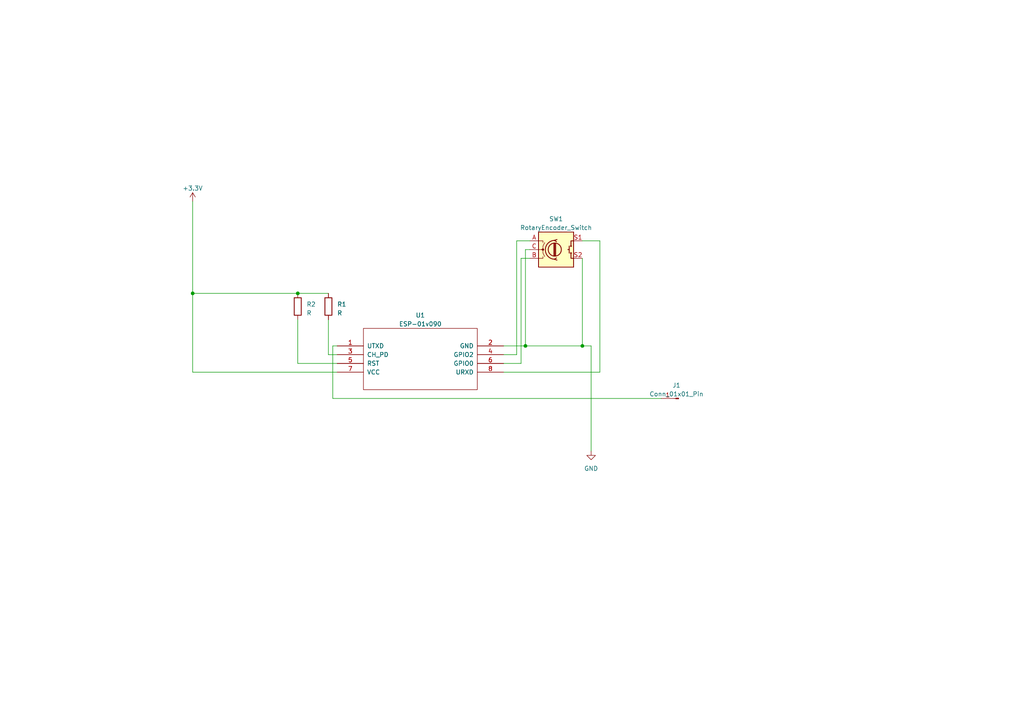
<source format=kicad_sch>
(kicad_sch (version 20230121) (generator eeschema)

  (uuid 92dc6999-80bd-4759-a424-064e89473be6)

  (paper "A4")

  (title_block
    (title "STAC Soldering/Programming Exercise Board")
    (rev "0.0.1")
    (company "Stanley Solutions")
    (comment 1 "on behalf of Idaho State 4-H")
  )

  (lib_symbols
    (symbol "Connector:Conn_01x01_Pin" (pin_names (offset 1.016) hide) (in_bom yes) (on_board yes)
      (property "Reference" "J" (at 0 2.54 0)
        (effects (font (size 1.27 1.27)))
      )
      (property "Value" "Conn_01x01_Pin" (at 0 -2.54 0)
        (effects (font (size 1.27 1.27)))
      )
      (property "Footprint" "" (at 0 0 0)
        (effects (font (size 1.27 1.27)) hide)
      )
      (property "Datasheet" "~" (at 0 0 0)
        (effects (font (size 1.27 1.27)) hide)
      )
      (property "ki_locked" "" (at 0 0 0)
        (effects (font (size 1.27 1.27)))
      )
      (property "ki_keywords" "connector" (at 0 0 0)
        (effects (font (size 1.27 1.27)) hide)
      )
      (property "ki_description" "Generic connector, single row, 01x01, script generated" (at 0 0 0)
        (effects (font (size 1.27 1.27)) hide)
      )
      (property "ki_fp_filters" "Connector*:*_1x??_*" (at 0 0 0)
        (effects (font (size 1.27 1.27)) hide)
      )
      (symbol "Conn_01x01_Pin_1_1"
        (polyline
          (pts
            (xy 1.27 0)
            (xy 0.8636 0)
          )
          (stroke (width 0.1524) (type default))
          (fill (type none))
        )
        (rectangle (start 0.8636 0.127) (end 0 -0.127)
          (stroke (width 0.1524) (type default))
          (fill (type outline))
        )
        (pin passive line (at 5.08 0 180) (length 3.81)
          (name "Pin_1" (effects (font (size 1.27 1.27))))
          (number "1" (effects (font (size 1.27 1.27))))
        )
      )
    )
    (symbol "Device:R" (pin_numbers hide) (pin_names (offset 0)) (in_bom yes) (on_board yes)
      (property "Reference" "R" (at 2.032 0 90)
        (effects (font (size 1.27 1.27)))
      )
      (property "Value" "R" (at 0 0 90)
        (effects (font (size 1.27 1.27)))
      )
      (property "Footprint" "" (at -1.778 0 90)
        (effects (font (size 1.27 1.27)) hide)
      )
      (property "Datasheet" "~" (at 0 0 0)
        (effects (font (size 1.27 1.27)) hide)
      )
      (property "ki_keywords" "R res resistor" (at 0 0 0)
        (effects (font (size 1.27 1.27)) hide)
      )
      (property "ki_description" "Resistor" (at 0 0 0)
        (effects (font (size 1.27 1.27)) hide)
      )
      (property "ki_fp_filters" "R_*" (at 0 0 0)
        (effects (font (size 1.27 1.27)) hide)
      )
      (symbol "R_0_1"
        (rectangle (start -1.016 -2.54) (end 1.016 2.54)
          (stroke (width 0.254) (type default))
          (fill (type none))
        )
      )
      (symbol "R_1_1"
        (pin passive line (at 0 3.81 270) (length 1.27)
          (name "~" (effects (font (size 1.27 1.27))))
          (number "1" (effects (font (size 1.27 1.27))))
        )
        (pin passive line (at 0 -3.81 90) (length 1.27)
          (name "~" (effects (font (size 1.27 1.27))))
          (number "2" (effects (font (size 1.27 1.27))))
        )
      )
    )
    (symbol "Device:RotaryEncoder_Switch" (pin_names (offset 0.254) hide) (in_bom yes) (on_board yes)
      (property "Reference" "SW" (at 0 6.604 0)
        (effects (font (size 1.27 1.27)))
      )
      (property "Value" "RotaryEncoder_Switch" (at 0 -6.604 0)
        (effects (font (size 1.27 1.27)))
      )
      (property "Footprint" "" (at -3.81 4.064 0)
        (effects (font (size 1.27 1.27)) hide)
      )
      (property "Datasheet" "~" (at 0 6.604 0)
        (effects (font (size 1.27 1.27)) hide)
      )
      (property "ki_keywords" "rotary switch encoder switch push button" (at 0 0 0)
        (effects (font (size 1.27 1.27)) hide)
      )
      (property "ki_description" "Rotary encoder, dual channel, incremental quadrate outputs, with switch" (at 0 0 0)
        (effects (font (size 1.27 1.27)) hide)
      )
      (property "ki_fp_filters" "RotaryEncoder*Switch*" (at 0 0 0)
        (effects (font (size 1.27 1.27)) hide)
      )
      (symbol "RotaryEncoder_Switch_0_1"
        (rectangle (start -5.08 5.08) (end 5.08 -5.08)
          (stroke (width 0.254) (type default))
          (fill (type background))
        )
        (circle (center -3.81 0) (radius 0.254)
          (stroke (width 0) (type default))
          (fill (type outline))
        )
        (circle (center -0.381 0) (radius 1.905)
          (stroke (width 0.254) (type default))
          (fill (type none))
        )
        (arc (start -0.381 2.667) (mid -3.0988 -0.0635) (end -0.381 -2.794)
          (stroke (width 0.254) (type default))
          (fill (type none))
        )
        (polyline
          (pts
            (xy -0.635 -1.778)
            (xy -0.635 1.778)
          )
          (stroke (width 0.254) (type default))
          (fill (type none))
        )
        (polyline
          (pts
            (xy -0.381 -1.778)
            (xy -0.381 1.778)
          )
          (stroke (width 0.254) (type default))
          (fill (type none))
        )
        (polyline
          (pts
            (xy -0.127 1.778)
            (xy -0.127 -1.778)
          )
          (stroke (width 0.254) (type default))
          (fill (type none))
        )
        (polyline
          (pts
            (xy 3.81 0)
            (xy 3.429 0)
          )
          (stroke (width 0.254) (type default))
          (fill (type none))
        )
        (polyline
          (pts
            (xy 3.81 1.016)
            (xy 3.81 -1.016)
          )
          (stroke (width 0.254) (type default))
          (fill (type none))
        )
        (polyline
          (pts
            (xy -5.08 -2.54)
            (xy -3.81 -2.54)
            (xy -3.81 -2.032)
          )
          (stroke (width 0) (type default))
          (fill (type none))
        )
        (polyline
          (pts
            (xy -5.08 2.54)
            (xy -3.81 2.54)
            (xy -3.81 2.032)
          )
          (stroke (width 0) (type default))
          (fill (type none))
        )
        (polyline
          (pts
            (xy 0.254 -3.048)
            (xy -0.508 -2.794)
            (xy 0.127 -2.413)
          )
          (stroke (width 0.254) (type default))
          (fill (type none))
        )
        (polyline
          (pts
            (xy 0.254 2.921)
            (xy -0.508 2.667)
            (xy 0.127 2.286)
          )
          (stroke (width 0.254) (type default))
          (fill (type none))
        )
        (polyline
          (pts
            (xy 5.08 -2.54)
            (xy 4.318 -2.54)
            (xy 4.318 -1.016)
          )
          (stroke (width 0.254) (type default))
          (fill (type none))
        )
        (polyline
          (pts
            (xy 5.08 2.54)
            (xy 4.318 2.54)
            (xy 4.318 1.016)
          )
          (stroke (width 0.254) (type default))
          (fill (type none))
        )
        (polyline
          (pts
            (xy -5.08 0)
            (xy -3.81 0)
            (xy -3.81 -1.016)
            (xy -3.302 -2.032)
          )
          (stroke (width 0) (type default))
          (fill (type none))
        )
        (polyline
          (pts
            (xy -4.318 0)
            (xy -3.81 0)
            (xy -3.81 1.016)
            (xy -3.302 2.032)
          )
          (stroke (width 0) (type default))
          (fill (type none))
        )
        (circle (center 4.318 -1.016) (radius 0.127)
          (stroke (width 0.254) (type default))
          (fill (type none))
        )
        (circle (center 4.318 1.016) (radius 0.127)
          (stroke (width 0.254) (type default))
          (fill (type none))
        )
      )
      (symbol "RotaryEncoder_Switch_1_1"
        (pin passive line (at -7.62 2.54 0) (length 2.54)
          (name "A" (effects (font (size 1.27 1.27))))
          (number "A" (effects (font (size 1.27 1.27))))
        )
        (pin passive line (at -7.62 -2.54 0) (length 2.54)
          (name "B" (effects (font (size 1.27 1.27))))
          (number "B" (effects (font (size 1.27 1.27))))
        )
        (pin passive line (at -7.62 0 0) (length 2.54)
          (name "C" (effects (font (size 1.27 1.27))))
          (number "C" (effects (font (size 1.27 1.27))))
        )
        (pin passive line (at 7.62 2.54 180) (length 2.54)
          (name "S1" (effects (font (size 1.27 1.27))))
          (number "S1" (effects (font (size 1.27 1.27))))
        )
        (pin passive line (at 7.62 -2.54 180) (length 2.54)
          (name "S2" (effects (font (size 1.27 1.27))))
          (number "S2" (effects (font (size 1.27 1.27))))
        )
      )
    )
    (symbol "power:+3.3V" (power) (pin_names (offset 0)) (in_bom yes) (on_board yes)
      (property "Reference" "#PWR" (at 0 -3.81 0)
        (effects (font (size 1.27 1.27)) hide)
      )
      (property "Value" "+3.3V" (at 0 3.556 0)
        (effects (font (size 1.27 1.27)))
      )
      (property "Footprint" "" (at 0 0 0)
        (effects (font (size 1.27 1.27)) hide)
      )
      (property "Datasheet" "" (at 0 0 0)
        (effects (font (size 1.27 1.27)) hide)
      )
      (property "ki_keywords" "global power" (at 0 0 0)
        (effects (font (size 1.27 1.27)) hide)
      )
      (property "ki_description" "Power symbol creates a global label with name \"+3.3V\"" (at 0 0 0)
        (effects (font (size 1.27 1.27)) hide)
      )
      (symbol "+3.3V_0_1"
        (polyline
          (pts
            (xy -0.762 1.27)
            (xy 0 2.54)
          )
          (stroke (width 0) (type default))
          (fill (type none))
        )
        (polyline
          (pts
            (xy 0 0)
            (xy 0 2.54)
          )
          (stroke (width 0) (type default))
          (fill (type none))
        )
        (polyline
          (pts
            (xy 0 2.54)
            (xy 0.762 1.27)
          )
          (stroke (width 0) (type default))
          (fill (type none))
        )
      )
      (symbol "+3.3V_1_1"
        (pin power_in line (at 0 0 90) (length 0) hide
          (name "+3.3V" (effects (font (size 1.27 1.27))))
          (number "1" (effects (font (size 1.27 1.27))))
        )
      )
    )
    (symbol "power:GND" (power) (pin_names (offset 0)) (in_bom yes) (on_board yes)
      (property "Reference" "#PWR" (at 0 -6.35 0)
        (effects (font (size 1.27 1.27)) hide)
      )
      (property "Value" "GND" (at 0 -3.81 0)
        (effects (font (size 1.27 1.27)))
      )
      (property "Footprint" "" (at 0 0 0)
        (effects (font (size 1.27 1.27)) hide)
      )
      (property "Datasheet" "" (at 0 0 0)
        (effects (font (size 1.27 1.27)) hide)
      )
      (property "ki_keywords" "global power" (at 0 0 0)
        (effects (font (size 1.27 1.27)) hide)
      )
      (property "ki_description" "Power symbol creates a global label with name \"GND\" , ground" (at 0 0 0)
        (effects (font (size 1.27 1.27)) hide)
      )
      (symbol "GND_0_1"
        (polyline
          (pts
            (xy 0 0)
            (xy 0 -1.27)
            (xy 1.27 -1.27)
            (xy 0 -2.54)
            (xy -1.27 -1.27)
            (xy 0 -1.27)
          )
          (stroke (width 0) (type default))
          (fill (type none))
        )
      )
      (symbol "GND_1_1"
        (pin power_in line (at 0 0 270) (length 0) hide
          (name "GND" (effects (font (size 1.27 1.27))))
          (number "1" (effects (font (size 1.27 1.27))))
        )
      )
    )
    (symbol "stac-board:ESP-01v090" (pin_names (offset 1.016)) (in_bom yes) (on_board yes)
      (property "Reference" "U" (at 0 -2.54 0)
        (effects (font (size 1.27 1.27)))
      )
      (property "Value" "ESP-01v090" (at 0 2.54 0)
        (effects (font (size 1.27 1.27)))
      )
      (property "Footprint" "" (at 0 0 0)
        (effects (font (size 1.27 1.27)) hide)
      )
      (property "Datasheet" "" (at 0 0 0)
        (effects (font (size 1.27 1.27)) hide)
      )
      (property "ki_fp_filters" "ESP-01*" (at 0 0 0)
        (effects (font (size 1.27 1.27)) hide)
      )
      (symbol "ESP-01v090_1_0"
        (rectangle (start -16.51 -8.89) (end 16.51 8.89)
          (stroke (width 0) (type solid))
          (fill (type none))
        )
      )
      (symbol "ESP-01v090_1_1"
        (pin output line (at -24.13 3.81 0) (length 7.62)
          (name "UTXD" (effects (font (size 1.27 1.27))))
          (number "1" (effects (font (size 1.27 1.27))))
        )
        (pin power_in line (at 24.13 3.81 180) (length 7.62)
          (name "GND" (effects (font (size 1.27 1.27))))
          (number "2" (effects (font (size 1.27 1.27))))
        )
        (pin input line (at -24.13 1.27 0) (length 7.62)
          (name "CH_PD" (effects (font (size 1.27 1.27))))
          (number "3" (effects (font (size 1.27 1.27))))
        )
        (pin tri_state line (at 24.13 1.27 180) (length 7.62)
          (name "GPIO2" (effects (font (size 1.27 1.27))))
          (number "4" (effects (font (size 1.27 1.27))))
        )
        (pin input line (at -24.13 -1.27 0) (length 7.62)
          (name "RST" (effects (font (size 1.27 1.27))))
          (number "5" (effects (font (size 1.27 1.27))))
        )
        (pin tri_state line (at 24.13 -1.27 180) (length 7.62)
          (name "GPIO0" (effects (font (size 1.27 1.27))))
          (number "6" (effects (font (size 1.27 1.27))))
        )
        (pin power_in line (at -24.13 -3.81 0) (length 7.62)
          (name "VCC" (effects (font (size 1.27 1.27))))
          (number "7" (effects (font (size 1.27 1.27))))
        )
        (pin input line (at 24.13 -3.81 180) (length 7.62)
          (name "URXD" (effects (font (size 1.27 1.27))))
          (number "8" (effects (font (size 1.27 1.27))))
        )
      )
    )
  )

  (junction (at 152.4 100.33) (diameter 0) (color 0 0 0 0)
    (uuid 5b42dda7-9d31-4a8d-a259-e7add2d509e1)
  )
  (junction (at 168.91 100.33) (diameter 0) (color 0 0 0 0)
    (uuid 8ff2415a-7a65-479d-8eba-6a06034f2430)
  )
  (junction (at 55.88 85.09) (diameter 0) (color 0 0 0 0)
    (uuid ac71dc09-141b-4ef4-a962-baa241c7e605)
  )
  (junction (at 86.36 85.09) (diameter 0) (color 0 0 0 0)
    (uuid dfbffe60-4517-45c1-ade6-628df5ca40d2)
  )

  (wire (pts (xy 153.67 72.39) (xy 152.4 72.39))
    (stroke (width 0) (type default))
    (uuid 02a70292-777b-4218-8eec-2a1926658a2b)
  )
  (wire (pts (xy 95.25 102.87) (xy 97.79 102.87))
    (stroke (width 0) (type default))
    (uuid 06bf9996-f285-4530-96b9-da343d041447)
  )
  (wire (pts (xy 171.45 100.33) (xy 168.91 100.33))
    (stroke (width 0) (type default))
    (uuid 0f5862b6-8bc6-479a-ac58-bc7371f03d44)
  )
  (wire (pts (xy 153.67 69.85) (xy 149.86 69.85))
    (stroke (width 0) (type default))
    (uuid 22213b89-f80f-4843-b42c-47acaf703fd9)
  )
  (wire (pts (xy 96.52 100.33) (xy 96.52 115.57))
    (stroke (width 0) (type default))
    (uuid 2b09a192-13a5-457e-b323-6a4e03a9cd00)
  )
  (wire (pts (xy 168.91 74.93) (xy 168.91 100.33))
    (stroke (width 0) (type default))
    (uuid 2ea5633a-e4c9-4861-907e-d0e46922204d)
  )
  (wire (pts (xy 151.13 74.93) (xy 153.67 74.93))
    (stroke (width 0) (type default))
    (uuid 30b74685-ad13-4a4b-ba24-0792c4ce7c56)
  )
  (wire (pts (xy 168.91 100.33) (xy 152.4 100.33))
    (stroke (width 0) (type default))
    (uuid 3bcea000-2fb5-4c00-8ac6-92eaed2e0f94)
  )
  (wire (pts (xy 146.05 107.95) (xy 173.99 107.95))
    (stroke (width 0) (type default))
    (uuid 41bf2bd0-3bd3-4fd8-b1be-1b783bb3b3b6)
  )
  (wire (pts (xy 149.86 102.87) (xy 146.05 102.87))
    (stroke (width 0) (type default))
    (uuid 41ff4ce1-eeab-4ebb-993a-36099fb22f29)
  )
  (wire (pts (xy 152.4 72.39) (xy 152.4 100.33))
    (stroke (width 0) (type default))
    (uuid 427b78c0-09e7-4b66-9bb8-2215e1d7e6d7)
  )
  (wire (pts (xy 152.4 100.33) (xy 146.05 100.33))
    (stroke (width 0) (type default))
    (uuid 4a32f4c6-5f9f-4b0c-bbc9-01b435302a8a)
  )
  (wire (pts (xy 97.79 100.33) (xy 96.52 100.33))
    (stroke (width 0) (type default))
    (uuid 548544df-8ba2-495c-a94e-4530e16bee02)
  )
  (wire (pts (xy 168.91 69.85) (xy 173.99 69.85))
    (stroke (width 0) (type default))
    (uuid 5613cafb-9631-4167-a696-213d78129333)
  )
  (wire (pts (xy 171.45 100.33) (xy 171.45 130.81))
    (stroke (width 0) (type default))
    (uuid 59310fcf-b7a1-40da-ba7b-f652d47d1929)
  )
  (wire (pts (xy 95.25 92.71) (xy 95.25 102.87))
    (stroke (width 0) (type default))
    (uuid 75e53e70-2a49-4078-87d7-e5fbc3f2bea3)
  )
  (wire (pts (xy 55.88 107.95) (xy 97.79 107.95))
    (stroke (width 0) (type default))
    (uuid 7c7a45c9-ddfc-4087-ba48-af0ad378ad52)
  )
  (wire (pts (xy 55.88 58.42) (xy 55.88 85.09))
    (stroke (width 0) (type default))
    (uuid 8625f7fd-5a00-4135-9008-f845f32125a0)
  )
  (wire (pts (xy 149.86 69.85) (xy 149.86 102.87))
    (stroke (width 0) (type default))
    (uuid 9c8ea9c5-bd48-40aa-9736-4de699159ac4)
  )
  (wire (pts (xy 55.88 85.09) (xy 55.88 107.95))
    (stroke (width 0) (type default))
    (uuid a13e4498-5fa6-4197-ba9e-94f2eae4320d)
  )
  (wire (pts (xy 95.25 85.09) (xy 86.36 85.09))
    (stroke (width 0) (type default))
    (uuid b83b5b0f-6567-4e77-9c50-8cc48ad55f00)
  )
  (wire (pts (xy 96.52 115.57) (xy 191.77 115.57))
    (stroke (width 0) (type default))
    (uuid cb9ecff9-3cc8-4918-95bf-3cf0d20c20ca)
  )
  (wire (pts (xy 86.36 105.41) (xy 97.79 105.41))
    (stroke (width 0) (type default))
    (uuid ccabb96e-285e-42ab-a528-e3d868a9a69e)
  )
  (wire (pts (xy 173.99 69.85) (xy 173.99 107.95))
    (stroke (width 0) (type default))
    (uuid cfea7166-17cd-4477-87a0-48037e6a0a27)
  )
  (wire (pts (xy 151.13 74.93) (xy 151.13 105.41))
    (stroke (width 0) (type default))
    (uuid d06ec196-b7f6-43a8-ad52-c094b94ca28b)
  )
  (wire (pts (xy 55.88 85.09) (xy 86.36 85.09))
    (stroke (width 0) (type default))
    (uuid d93054bb-664d-48c8-b6f8-b7ed6596f5c7)
  )
  (wire (pts (xy 86.36 92.71) (xy 86.36 105.41))
    (stroke (width 0) (type default))
    (uuid edf9301e-fd3f-4bff-97ea-0105908b49aa)
  )
  (wire (pts (xy 151.13 105.41) (xy 146.05 105.41))
    (stroke (width 0) (type default))
    (uuid f156cb22-5033-4840-a36c-5288602ea578)
  )

  (symbol (lib_id "stac-board:ESP-01v090") (at 121.92 104.14 0) (unit 1)
    (in_bom yes) (on_board yes) (dnp no) (fields_autoplaced)
    (uuid 19cca811-ccd4-4f3c-ad4a-68409012ad44)
    (property "Reference" "U1" (at 121.92 91.44 0)
      (effects (font (size 1.27 1.27)))
    )
    (property "Value" "ESP-01v090" (at 121.92 93.98 0)
      (effects (font (size 1.27 1.27)))
    )
    (property "Footprint" "stac-board:ESP-01" (at 121.92 104.14 0)
      (effects (font (size 1.27 1.27)) hide)
    )
    (property "Datasheet" "" (at 121.92 104.14 0)
      (effects (font (size 1.27 1.27)) hide)
    )
    (pin "1" (uuid 2df37382-9dd5-4741-a24f-e13b933a4002))
    (pin "2" (uuid 7bdd1270-246f-4529-af12-3e50987cc481))
    (pin "3" (uuid 7bcbcefe-f355-452d-b069-b87b189f3156))
    (pin "4" (uuid d2df80e1-6cc9-4803-bab1-86170f65e806))
    (pin "5" (uuid 8944d5de-9c95-4a26-9e51-ff836064bb1d))
    (pin "6" (uuid cae4517e-2e27-440a-88b2-d8fb5e98c78a))
    (pin "7" (uuid 7d7b988b-e7c8-4864-b32e-4e6419231d02))
    (pin "8" (uuid 3e18e15a-aa22-4303-968c-cce8aa25d23c))
    (instances
      (project "stac-board"
        (path "/92dc6999-80bd-4759-a424-064e89473be6"
          (reference "U1") (unit 1)
        )
      )
    )
  )

  (symbol (lib_id "power:+3.3V") (at 55.88 58.42 0) (unit 1)
    (in_bom yes) (on_board yes) (dnp no) (fields_autoplaced)
    (uuid a6040cb0-0819-4389-b4d8-5cf848fb84d3)
    (property "Reference" "#PWR01" (at 55.88 62.23 0)
      (effects (font (size 1.27 1.27)) hide)
    )
    (property "Value" "+3.3V" (at 55.88 54.61 0)
      (effects (font (size 1.27 1.27)))
    )
    (property "Footprint" "" (at 55.88 58.42 0)
      (effects (font (size 1.27 1.27)) hide)
    )
    (property "Datasheet" "" (at 55.88 58.42 0)
      (effects (font (size 1.27 1.27)) hide)
    )
    (pin "1" (uuid 34ebd8e4-2122-4ee9-94d2-411be2a6d821))
    (instances
      (project "stac-board"
        (path "/92dc6999-80bd-4759-a424-064e89473be6"
          (reference "#PWR01") (unit 1)
        )
      )
    )
  )

  (symbol (lib_id "Device:R") (at 86.36 88.9 0) (unit 1)
    (in_bom yes) (on_board yes) (dnp no) (fields_autoplaced)
    (uuid ceea7c62-19ca-4dfd-92f5-9e628be2492a)
    (property "Reference" "R2" (at 88.9 88.265 0)
      (effects (font (size 1.27 1.27)) (justify left))
    )
    (property "Value" "R" (at 88.9 90.805 0)
      (effects (font (size 1.27 1.27)) (justify left))
    )
    (property "Footprint" "" (at 84.582 88.9 90)
      (effects (font (size 1.27 1.27)) hide)
    )
    (property "Datasheet" "~" (at 86.36 88.9 0)
      (effects (font (size 1.27 1.27)) hide)
    )
    (pin "1" (uuid a6eac399-9646-4918-afcf-2a2b760320e8))
    (pin "2" (uuid 22f30e18-2e96-438b-969d-dbdfe9c315b0))
    (instances
      (project "stac-board"
        (path "/92dc6999-80bd-4759-a424-064e89473be6"
          (reference "R2") (unit 1)
        )
      )
    )
  )

  (symbol (lib_id "power:GND") (at 171.45 130.81 0) (unit 1)
    (in_bom yes) (on_board yes) (dnp no) (fields_autoplaced)
    (uuid d287f85e-3712-4e80-a9fc-21d3bf6a0457)
    (property "Reference" "#PWR02" (at 171.45 137.16 0)
      (effects (font (size 1.27 1.27)) hide)
    )
    (property "Value" "GND" (at 171.45 135.89 0)
      (effects (font (size 1.27 1.27)))
    )
    (property "Footprint" "" (at 171.45 130.81 0)
      (effects (font (size 1.27 1.27)) hide)
    )
    (property "Datasheet" "" (at 171.45 130.81 0)
      (effects (font (size 1.27 1.27)) hide)
    )
    (pin "1" (uuid 9bd99b57-d1a6-4969-bef4-9b158b7dae0f))
    (instances
      (project "stac-board"
        (path "/92dc6999-80bd-4759-a424-064e89473be6"
          (reference "#PWR02") (unit 1)
        )
      )
    )
  )

  (symbol (lib_id "Device:R") (at 95.25 88.9 0) (unit 1)
    (in_bom yes) (on_board yes) (dnp no) (fields_autoplaced)
    (uuid d72e89d6-9d2a-4fec-9e3c-2f9d79a25fe0)
    (property "Reference" "R1" (at 97.79 88.265 0)
      (effects (font (size 1.27 1.27)) (justify left))
    )
    (property "Value" "R" (at 97.79 90.805 0)
      (effects (font (size 1.27 1.27)) (justify left))
    )
    (property "Footprint" "" (at 93.472 88.9 90)
      (effects (font (size 1.27 1.27)) hide)
    )
    (property "Datasheet" "~" (at 95.25 88.9 0)
      (effects (font (size 1.27 1.27)) hide)
    )
    (pin "1" (uuid 00ae7b31-6f42-498d-83df-4dc6bb374958))
    (pin "2" (uuid d0c31cfa-d36b-44b4-b7b4-9ff364b6b910))
    (instances
      (project "stac-board"
        (path "/92dc6999-80bd-4759-a424-064e89473be6"
          (reference "R1") (unit 1)
        )
      )
    )
  )

  (symbol (lib_id "Connector:Conn_01x01_Pin") (at 196.85 115.57 0) (mirror y) (unit 1)
    (in_bom yes) (on_board yes) (dnp no)
    (uuid e1103163-2a6d-4419-b116-60be6840cb02)
    (property "Reference" "J1" (at 196.215 111.76 0)
      (effects (font (size 1.27 1.27)))
    )
    (property "Value" "Conn_01x01_Pin" (at 196.215 114.3 0)
      (effects (font (size 1.27 1.27)))
    )
    (property "Footprint" "" (at 196.85 115.57 0)
      (effects (font (size 1.27 1.27)) hide)
    )
    (property "Datasheet" "~" (at 196.85 115.57 0)
      (effects (font (size 1.27 1.27)) hide)
    )
    (pin "1" (uuid 1d2a2387-43f2-4e55-b340-1bfa2c1c7d26))
    (instances
      (project "stac-board"
        (path "/92dc6999-80bd-4759-a424-064e89473be6"
          (reference "J1") (unit 1)
        )
      )
    )
  )

  (symbol (lib_id "Device:RotaryEncoder_Switch") (at 161.29 72.39 0) (unit 1)
    (in_bom yes) (on_board yes) (dnp no) (fields_autoplaced)
    (uuid e785be6f-b698-4440-af2d-66421c14f9d4)
    (property "Reference" "SW1" (at 161.29 63.5 0)
      (effects (font (size 1.27 1.27)))
    )
    (property "Value" "RotaryEncoder_Switch" (at 161.29 66.04 0)
      (effects (font (size 1.27 1.27)))
    )
    (property "Footprint" "" (at 157.48 68.326 0)
      (effects (font (size 1.27 1.27)) hide)
    )
    (property "Datasheet" "~" (at 161.29 65.786 0)
      (effects (font (size 1.27 1.27)) hide)
    )
    (pin "A" (uuid a5e6d2d6-5ab5-4f05-ab8a-6694eee03b58))
    (pin "B" (uuid 2ac5b74c-0a35-496b-92fd-a12c4472b749))
    (pin "C" (uuid 967738f2-09fc-45ff-9ded-8e5f57e058f7))
    (pin "S1" (uuid 40f8d80e-cdf5-43c9-b7bf-352852bf4b5b))
    (pin "S2" (uuid 90b2a21d-7e68-47ab-9227-57ff69c5635e))
    (instances
      (project "stac-board"
        (path "/92dc6999-80bd-4759-a424-064e89473be6"
          (reference "SW1") (unit 1)
        )
      )
    )
  )

  (sheet_instances
    (path "/" (page "1"))
  )
)

</source>
